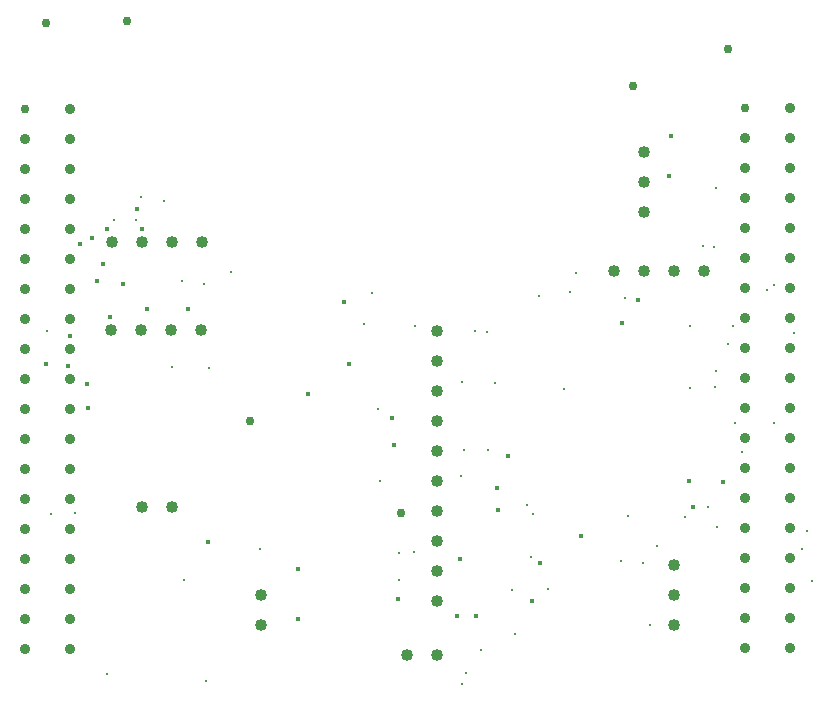
<source format=gbr>
G04 PROTEUS GERBER X2 FILE*
%TF.GenerationSoftware,Labcenter,Proteus,8.12-SP2-Build31155*%
%TF.CreationDate,2024-12-03T23:36:33+00:00*%
%TF.FileFunction,Plated,1,2,PTH*%
%TF.FilePolarity,Positive*%
%TF.Part,Single*%
%TF.SameCoordinates,{80aaee04-2193-4ab7-8769-78595995fdec}*%
%FSLAX45Y45*%
%MOMM*%
G01*
%TA.AperFunction,ViaDrill*%
%ADD68C,0.381000*%
%ADD69C,0.254000*%
%TA.AperFunction,ComponentDrill*%
%ADD74C,0.762000*%
%ADD75C,0.889000*%
%TA.AperFunction,ComponentDrill*%
%ADD76C,1.016000*%
%TD.AperFunction*%
D68*
X+789693Y+2343385D03*
X+784147Y+2543036D03*
D69*
X+1198753Y+3933364D03*
X+1014599Y+3931705D03*
X+1237162Y+4130388D03*
X+1440000Y+4090000D03*
D68*
X+1205776Y+4027002D03*
X+1252449Y+3856307D03*
D69*
X+1591667Y+3415719D03*
X+1777934Y+3393142D03*
X+1507000Y+2690408D03*
X+1820000Y+2680000D03*
X+680000Y+1450000D03*
X+476888Y+1440164D03*
X+3424240Y+1113763D03*
X+3554133Y+1125052D03*
X+6926426Y+880000D03*
X+3424249Y+886105D03*
X+6835107Y+1145748D03*
X+6878710Y+1303793D03*
X+4543274Y+1079978D03*
X+5550000Y+500000D03*
X+4505817Y+1518657D03*
X+6113914Y+1331140D03*
D68*
X+4080057Y+578003D03*
X+3919246Y+581817D03*
X+5914579Y+1501298D03*
X+5884069Y+1722146D03*
D69*
X+5490481Y+1026892D03*
X+5610616Y+1175631D03*
X+6045390Y+1501711D03*
X+5307418Y+1049775D03*
X+5364625Y+1427342D03*
X+5850886Y+1415900D03*
X+4559114Y+1445673D03*
X+4607125Y+3285856D03*
X+4923906Y+3481684D03*
X+5338598Y+3274337D03*
X+4067221Y+2990000D03*
X+4173801Y+2988029D03*
X+3946414Y+1764494D03*
X+4821474Y+2504035D03*
X+3977390Y+1989067D03*
X+4182603Y+1989067D03*
X+3958030Y+2558243D03*
X+4235877Y+2554371D03*
D68*
X+5317384Y+3063736D03*
X+5445549Y+3255983D03*
D69*
X+6102566Y+2518038D03*
X+6113735Y+2657569D03*
X+5893384Y+2510249D03*
X+5885604Y+3032348D03*
X+6255130Y+3032348D03*
X+6210000Y+2880000D03*
X+6266799Y+2211613D03*
X+6600000Y+2210000D03*
X+6330000Y+1969523D03*
X+6542970Y+3339637D03*
X+6772465Y+2974001D03*
X+6601316Y+3386314D03*
D68*
X+3365613Y+2254080D03*
X+3381196Y+2024234D03*
X+830000Y+3780000D03*
X+870000Y+3420000D03*
X+917575Y+3562425D03*
X+721160Y+3731160D03*
X+3005709Y+2717114D03*
X+956482Y+3853054D03*
X+1085833Y+3389429D03*
X+4969806Y+1253850D03*
X+636635Y+2953376D03*
X+1295154Y+3176454D03*
X+1636172Y+3182161D03*
X+2567655Y+552887D03*
X+2567655Y+975951D03*
X+1807223Y+1207528D03*
X+3941541Y+1066256D03*
X+4255121Y+1662059D03*
X+4345276Y+1936440D03*
X+2957683Y+3237798D03*
X+3413378Y+726584D03*
X+2656009Y+2463916D03*
X+440000Y+2710000D03*
X+626927Y+2699996D03*
X+978975Y+3109858D03*
X+4620377Y+1026401D03*
X+4549076Y+705610D03*
X+4267131Y+1477231D03*
X+6170923Y+1716666D03*
D69*
X+5996374Y+3713260D03*
X+4870587Y+3327143D03*
X+3248585Y+2336264D03*
X+3264092Y+1722198D03*
D68*
X+5730000Y+4640000D03*
X+5708072Y+4306734D03*
D69*
X+6107519Y+4205339D03*
X+6088422Y+3700587D03*
X+2004762Y+3494244D03*
X+3199266Y+3313056D03*
X+3130000Y+3050000D03*
X+3561643Y+3037917D03*
X+444081Y+2993140D03*
X+3990000Y+100000D03*
X+955604Y+89386D03*
X+4690383Y+812586D03*
X+4385797Y+799953D03*
X+4405728Y+425747D03*
X+4119100Y+295913D03*
X+3959331Y+6331D03*
X+1790731Y+25947D03*
X+1608838Y+886688D03*
X+2250000Y+1150000D03*
D74*
X+260000Y+4876000D03*
D75*
X+641000Y+4876000D03*
X+260000Y+4622000D03*
X+641000Y+4622000D03*
X+260000Y+4368000D03*
X+641000Y+4368000D03*
X+260000Y+4114000D03*
X+641000Y+4114000D03*
X+260000Y+3860000D03*
X+641000Y+3860000D03*
X+260000Y+3606000D03*
X+641000Y+3606000D03*
X+260000Y+3352000D03*
X+641000Y+3352000D03*
X+260000Y+3098000D03*
X+641000Y+3098000D03*
X+260000Y+2844000D03*
X+641000Y+2844000D03*
X+260000Y+2590000D03*
X+641000Y+2590000D03*
X+260000Y+2336000D03*
X+641000Y+2336000D03*
X+260000Y+2082000D03*
X+641000Y+2082000D03*
X+260000Y+1828000D03*
X+641000Y+1828000D03*
X+260000Y+1574000D03*
X+641000Y+1574000D03*
X+260000Y+1320000D03*
X+641000Y+1320000D03*
X+260000Y+1066000D03*
X+641000Y+1066000D03*
X+260000Y+812000D03*
X+641000Y+812000D03*
X+260000Y+558000D03*
X+641000Y+558000D03*
X+260000Y+304000D03*
X+641000Y+304000D03*
D74*
X+6356000Y+4880000D03*
D75*
X+6737000Y+4880000D03*
X+6356000Y+4626000D03*
X+6737000Y+4626000D03*
X+6356000Y+4372000D03*
X+6737000Y+4372000D03*
X+6356000Y+4118000D03*
X+6737000Y+4118000D03*
X+6356000Y+3864000D03*
X+6737000Y+3864000D03*
X+6356000Y+3610000D03*
X+6737000Y+3610000D03*
X+6356000Y+3356000D03*
X+6737000Y+3356000D03*
X+6356000Y+3102000D03*
X+6737000Y+3102000D03*
X+6356000Y+2848000D03*
X+6737000Y+2848000D03*
X+6356000Y+2594000D03*
X+6737000Y+2594000D03*
X+6356000Y+2340000D03*
X+6737000Y+2340000D03*
X+6356000Y+2086000D03*
X+6737000Y+2086000D03*
X+6356000Y+1832000D03*
X+6737000Y+1832000D03*
X+6356000Y+1578000D03*
X+6737000Y+1578000D03*
X+6356000Y+1324000D03*
X+6737000Y+1324000D03*
X+6356000Y+1070000D03*
X+6737000Y+1070000D03*
X+6356000Y+816000D03*
X+6737000Y+816000D03*
X+6356000Y+562000D03*
X+6737000Y+562000D03*
X+6356000Y+308000D03*
X+6737000Y+308000D03*
D76*
X+6004000Y+3500000D03*
X+5750000Y+3500000D03*
X+5496000Y+3500000D03*
X+5242000Y+3500000D03*
X+3750000Y+2996000D03*
X+3750000Y+2742000D03*
X+3750000Y+2488000D03*
X+3750000Y+2234000D03*
X+3750000Y+1980000D03*
X+3750000Y+1726000D03*
X+3750000Y+1472000D03*
X+3750000Y+1218000D03*
X+3750000Y+964000D03*
X+3750000Y+710000D03*
X+1250000Y+1500000D03*
X+1504000Y+1500000D03*
X+996000Y+3750000D03*
X+1250000Y+3750000D03*
X+1504000Y+3750000D03*
X+1758000Y+3750000D03*
X+1750000Y+3000000D03*
X+1496000Y+3000000D03*
X+1242000Y+3000000D03*
X+988000Y+3000000D03*
X+5500000Y+4508000D03*
X+5500000Y+4254000D03*
X+5500000Y+4000000D03*
X+3750000Y+250000D03*
X+3496000Y+250000D03*
X+2254000Y+500000D03*
X+2254000Y+754000D03*
X+5750000Y+500000D03*
X+5750000Y+754000D03*
X+5750000Y+1008000D03*
D74*
X+3440000Y+1450000D03*
X+2160000Y+2230000D03*
X+5410000Y+5070000D03*
X+6210000Y+5380000D03*
X+1120000Y+5620000D03*
X+440000Y+5600000D03*
M02*

</source>
